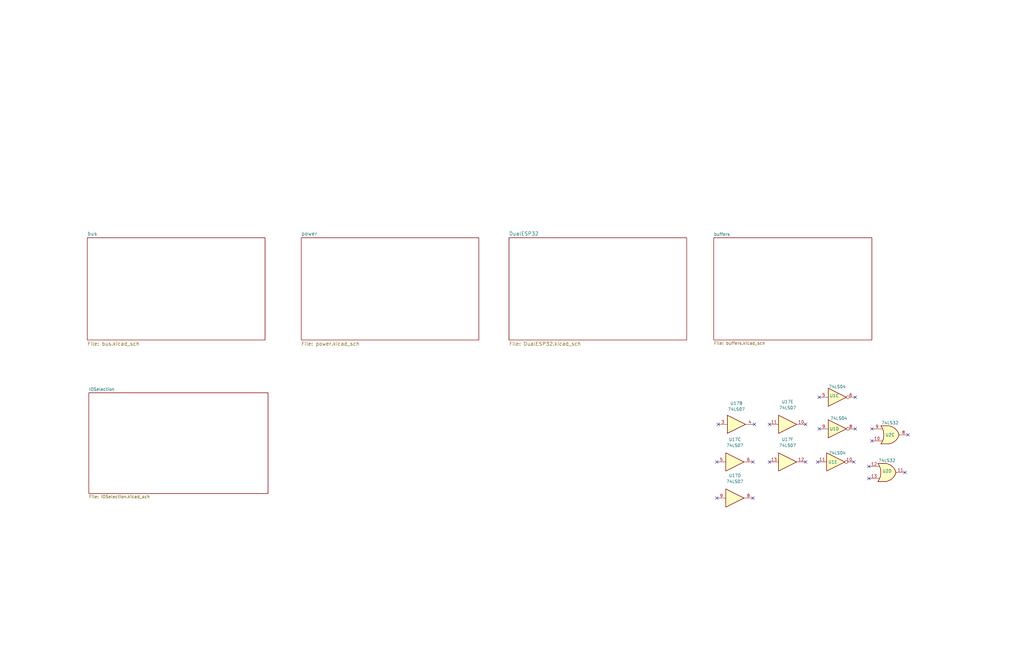
<source format=kicad_sch>
(kicad_sch (version 20211123) (generator eeschema)

  (uuid bef7aef7-ea37-41d1-91b9-b9342ed251a5)

  (paper "B")

  (title_block
    (title "Dual ESP32 IO")
    (date "2023-08-28")
    (rev "V1.1")
    (comment 1 "By Dan Werner")
  )

  (lib_symbols
    (symbol "74xx:74LS04" (in_bom yes) (on_board yes)
      (property "Reference" "U" (id 0) (at 0 1.27 0)
        (effects (font (size 1.27 1.27)))
      )
      (property "Value" "74LS04" (id 1) (at 0 -1.27 0)
        (effects (font (size 1.27 1.27)))
      )
      (property "Footprint" "" (id 2) (at 0 0 0)
        (effects (font (size 1.27 1.27)) hide)
      )
      (property "Datasheet" "http://www.ti.com/lit/gpn/sn74LS04" (id 3) (at 0 0 0)
        (effects (font (size 1.27 1.27)) hide)
      )
      (property "ki_locked" "" (id 4) (at 0 0 0)
        (effects (font (size 1.27 1.27)))
      )
      (property "ki_keywords" "TTL not inv" (id 5) (at 0 0 0)
        (effects (font (size 1.27 1.27)) hide)
      )
      (property "ki_description" "Hex Inverter" (id 6) (at 0 0 0)
        (effects (font (size 1.27 1.27)) hide)
      )
      (property "ki_fp_filters" "DIP*W7.62mm* SSOP?14* TSSOP?14*" (id 7) (at 0 0 0)
        (effects (font (size 1.27 1.27)) hide)
      )
      (symbol "74LS04_1_0"
        (polyline
          (pts
            (xy -3.81 3.81)
            (xy -3.81 -3.81)
            (xy 3.81 0)
            (xy -3.81 3.81)
          )
          (stroke (width 0.254) (type default) (color 0 0 0 0))
          (fill (type background))
        )
        (pin input line (at -7.62 0 0) (length 3.81)
          (name "~" (effects (font (size 1.27 1.27))))
          (number "1" (effects (font (size 1.27 1.27))))
        )
        (pin output inverted (at 7.62 0 180) (length 3.81)
          (name "~" (effects (font (size 1.27 1.27))))
          (number "2" (effects (font (size 1.27 1.27))))
        )
      )
      (symbol "74LS04_2_0"
        (polyline
          (pts
            (xy -3.81 3.81)
            (xy -3.81 -3.81)
            (xy 3.81 0)
            (xy -3.81 3.81)
          )
          (stroke (width 0.254) (type default) (color 0 0 0 0))
          (fill (type background))
        )
        (pin input line (at -7.62 0 0) (length 3.81)
          (name "~" (effects (font (size 1.27 1.27))))
          (number "3" (effects (font (size 1.27 1.27))))
        )
        (pin output inverted (at 7.62 0 180) (length 3.81)
          (name "~" (effects (font (size 1.27 1.27))))
          (number "4" (effects (font (size 1.27 1.27))))
        )
      )
      (symbol "74LS04_3_0"
        (polyline
          (pts
            (xy -3.81 3.81)
            (xy -3.81 -3.81)
            (xy 3.81 0)
            (xy -3.81 3.81)
          )
          (stroke (width 0.254) (type default) (color 0 0 0 0))
          (fill (type background))
        )
        (pin input line (at -7.62 0 0) (length 3.81)
          (name "~" (effects (font (size 1.27 1.27))))
          (number "5" (effects (font (size 1.27 1.27))))
        )
        (pin output inverted (at 7.62 0 180) (length 3.81)
          (name "~" (effects (font (size 1.27 1.27))))
          (number "6" (effects (font (size 1.27 1.27))))
        )
      )
      (symbol "74LS04_4_0"
        (polyline
          (pts
            (xy -3.81 3.81)
            (xy -3.81 -3.81)
            (xy 3.81 0)
            (xy -3.81 3.81)
          )
          (stroke (width 0.254) (type default) (color 0 0 0 0))
          (fill (type background))
        )
        (pin output inverted (at 7.62 0 180) (length 3.81)
          (name "~" (effects (font (size 1.27 1.27))))
          (number "8" (effects (font (size 1.27 1.27))))
        )
        (pin input line (at -7.62 0 0) (length 3.81)
          (name "~" (effects (font (size 1.27 1.27))))
          (number "9" (effects (font (size 1.27 1.27))))
        )
      )
      (symbol "74LS04_5_0"
        (polyline
          (pts
            (xy -3.81 3.81)
            (xy -3.81 -3.81)
            (xy 3.81 0)
            (xy -3.81 3.81)
          )
          (stroke (width 0.254) (type default) (color 0 0 0 0))
          (fill (type background))
        )
        (pin output inverted (at 7.62 0 180) (length 3.81)
          (name "~" (effects (font (size 1.27 1.27))))
          (number "10" (effects (font (size 1.27 1.27))))
        )
        (pin input line (at -7.62 0 0) (length 3.81)
          (name "~" (effects (font (size 1.27 1.27))))
          (number "11" (effects (font (size 1.27 1.27))))
        )
      )
      (symbol "74LS04_6_0"
        (polyline
          (pts
            (xy -3.81 3.81)
            (xy -3.81 -3.81)
            (xy 3.81 0)
            (xy -3.81 3.81)
          )
          (stroke (width 0.254) (type default) (color 0 0 0 0))
          (fill (type background))
        )
        (pin output inverted (at 7.62 0 180) (length 3.81)
          (name "~" (effects (font (size 1.27 1.27))))
          (number "12" (effects (font (size 1.27 1.27))))
        )
        (pin input line (at -7.62 0 0) (length 3.81)
          (name "~" (effects (font (size 1.27 1.27))))
          (number "13" (effects (font (size 1.27 1.27))))
        )
      )
      (symbol "74LS04_7_0"
        (pin power_in line (at 0 12.7 270) (length 5.08)
          (name "VCC" (effects (font (size 1.27 1.27))))
          (number "14" (effects (font (size 1.27 1.27))))
        )
        (pin power_in line (at 0 -12.7 90) (length 5.08)
          (name "GND" (effects (font (size 1.27 1.27))))
          (number "7" (effects (font (size 1.27 1.27))))
        )
      )
      (symbol "74LS04_7_1"
        (rectangle (start -5.08 7.62) (end 5.08 -7.62)
          (stroke (width 0.254) (type default) (color 0 0 0 0))
          (fill (type background))
        )
      )
    )
    (symbol "74xx:74LS07" (pin_names (offset 1.016)) (in_bom yes) (on_board yes)
      (property "Reference" "U" (id 0) (at 0 1.27 0)
        (effects (font (size 1.27 1.27)))
      )
      (property "Value" "74LS07" (id 1) (at 0 -1.27 0)
        (effects (font (size 1.27 1.27)))
      )
      (property "Footprint" "" (id 2) (at 0 0 0)
        (effects (font (size 1.27 1.27)) hide)
      )
      (property "Datasheet" "www.ti.com/lit/ds/symlink/sn74ls07.pdf" (id 3) (at 0 0 0)
        (effects (font (size 1.27 1.27)) hide)
      )
      (property "ki_locked" "" (id 4) (at 0 0 0)
        (effects (font (size 1.27 1.27)))
      )
      (property "ki_keywords" "TTL hex buffer OpenCol" (id 5) (at 0 0 0)
        (effects (font (size 1.27 1.27)) hide)
      )
      (property "ki_description" "Hex Buffers and Drivers With Open Collector High Voltage Outputs" (id 6) (at 0 0 0)
        (effects (font (size 1.27 1.27)) hide)
      )
      (property "ki_fp_filters" "SOIC*3.9x8.7mm*P1.27mm* TSSOP*4.4x5mm*P0.65mm* DIP*W7.62mm*" (id 7) (at 0 0 0)
        (effects (font (size 1.27 1.27)) hide)
      )
      (symbol "74LS07_1_0"
        (polyline
          (pts
            (xy -3.81 3.81)
            (xy -3.81 -3.81)
            (xy 3.81 0)
            (xy -3.81 3.81)
          )
          (stroke (width 0.254) (type default) (color 0 0 0 0))
          (fill (type background))
        )
        (pin input line (at -7.62 0 0) (length 3.81)
          (name "~" (effects (font (size 1.27 1.27))))
          (number "1" (effects (font (size 1.27 1.27))))
        )
        (pin open_collector line (at 7.62 0 180) (length 3.81)
          (name "~" (effects (font (size 1.27 1.27))))
          (number "2" (effects (font (size 1.27 1.27))))
        )
      )
      (symbol "74LS07_2_0"
        (polyline
          (pts
            (xy -3.81 3.81)
            (xy -3.81 -3.81)
            (xy 3.81 0)
            (xy -3.81 3.81)
          )
          (stroke (width 0.254) (type default) (color 0 0 0 0))
          (fill (type background))
        )
        (pin input line (at -7.62 0 0) (length 3.81)
          (name "~" (effects (font (size 1.27 1.27))))
          (number "3" (effects (font (size 1.27 1.27))))
        )
        (pin open_collector line (at 7.62 0 180) (length 3.81)
          (name "~" (effects (font (size 1.27 1.27))))
          (number "4" (effects (font (size 1.27 1.27))))
        )
      )
      (symbol "74LS07_3_0"
        (polyline
          (pts
            (xy -3.81 3.81)
            (xy -3.81 -3.81)
            (xy 3.81 0)
            (xy -3.81 3.81)
          )
          (stroke (width 0.254) (type default) (color 0 0 0 0))
          (fill (type background))
        )
        (pin input line (at -7.62 0 0) (length 3.81)
          (name "~" (effects (font (size 1.27 1.27))))
          (number "5" (effects (font (size 1.27 1.27))))
        )
        (pin open_collector line (at 7.62 0 180) (length 3.81)
          (name "~" (effects (font (size 1.27 1.27))))
          (number "6" (effects (font (size 1.27 1.27))))
        )
      )
      (symbol "74LS07_4_0"
        (polyline
          (pts
            (xy -3.81 3.81)
            (xy -3.81 -3.81)
            (xy 3.81 0)
            (xy -3.81 3.81)
          )
          (stroke (width 0.254) (type default) (color 0 0 0 0))
          (fill (type background))
        )
        (pin open_collector line (at 7.62 0 180) (length 3.81)
          (name "~" (effects (font (size 1.27 1.27))))
          (number "8" (effects (font (size 1.27 1.27))))
        )
        (pin input line (at -7.62 0 0) (length 3.81)
          (name "~" (effects (font (size 1.27 1.27))))
          (number "9" (effects (font (size 1.27 1.27))))
        )
      )
      (symbol "74LS07_5_0"
        (polyline
          (pts
            (xy -3.81 3.81)
            (xy -3.81 -3.81)
            (xy 3.81 0)
            (xy -3.81 3.81)
          )
          (stroke (width 0.254) (type default) (color 0 0 0 0))
          (fill (type background))
        )
        (pin open_collector line (at 7.62 0 180) (length 3.81)
          (name "~" (effects (font (size 1.27 1.27))))
          (number "10" (effects (font (size 1.27 1.27))))
        )
        (pin input line (at -7.62 0 0) (length 3.81)
          (name "~" (effects (font (size 1.27 1.27))))
          (number "11" (effects (font (size 1.27 1.27))))
        )
      )
      (symbol "74LS07_6_0"
        (polyline
          (pts
            (xy -3.81 3.81)
            (xy -3.81 -3.81)
            (xy 3.81 0)
            (xy -3.81 3.81)
          )
          (stroke (width 0.254) (type default) (color 0 0 0 0))
          (fill (type background))
        )
        (pin open_collector line (at 7.62 0 180) (length 3.81)
          (name "~" (effects (font (size 1.27 1.27))))
          (number "12" (effects (font (size 1.27 1.27))))
        )
        (pin input line (at -7.62 0 0) (length 3.81)
          (name "~" (effects (font (size 1.27 1.27))))
          (number "13" (effects (font (size 1.27 1.27))))
        )
      )
      (symbol "74LS07_7_0"
        (pin power_in line (at 0 12.7 270) (length 5.08)
          (name "VCC" (effects (font (size 1.27 1.27))))
          (number "14" (effects (font (size 1.27 1.27))))
        )
        (pin power_in line (at 0 -12.7 90) (length 5.08)
          (name "GND" (effects (font (size 1.27 1.27))))
          (number "7" (effects (font (size 1.27 1.27))))
        )
      )
      (symbol "74LS07_7_1"
        (rectangle (start -5.08 7.62) (end 5.08 -7.62)
          (stroke (width 0.254) (type default) (color 0 0 0 0))
          (fill (type background))
        )
      )
    )
    (symbol "74xx:74LS32" (pin_names (offset 1.016)) (in_bom yes) (on_board yes)
      (property "Reference" "U" (id 0) (at 0 1.27 0)
        (effects (font (size 1.27 1.27)))
      )
      (property "Value" "74LS32" (id 1) (at 0 -1.27 0)
        (effects (font (size 1.27 1.27)))
      )
      (property "Footprint" "" (id 2) (at 0 0 0)
        (effects (font (size 1.27 1.27)) hide)
      )
      (property "Datasheet" "http://www.ti.com/lit/gpn/sn74LS32" (id 3) (at 0 0 0)
        (effects (font (size 1.27 1.27)) hide)
      )
      (property "ki_locked" "" (id 4) (at 0 0 0)
        (effects (font (size 1.27 1.27)))
      )
      (property "ki_keywords" "TTL Or2" (id 5) (at 0 0 0)
        (effects (font (size 1.27 1.27)) hide)
      )
      (property "ki_description" "Quad 2-input OR" (id 6) (at 0 0 0)
        (effects (font (size 1.27 1.27)) hide)
      )
      (property "ki_fp_filters" "DIP?14*" (id 7) (at 0 0 0)
        (effects (font (size 1.27 1.27)) hide)
      )
      (symbol "74LS32_1_1"
        (arc (start -3.81 -3.81) (mid -2.589 0) (end -3.81 3.81)
          (stroke (width 0.254) (type default) (color 0 0 0 0))
          (fill (type none))
        )
        (arc (start -0.6096 -3.81) (mid 2.1842 -2.5851) (end 3.81 0)
          (stroke (width 0.254) (type default) (color 0 0 0 0))
          (fill (type background))
        )
        (polyline
          (pts
            (xy -3.81 -3.81)
            (xy -0.635 -3.81)
          )
          (stroke (width 0.254) (type default) (color 0 0 0 0))
          (fill (type background))
        )
        (polyline
          (pts
            (xy -3.81 3.81)
            (xy -0.635 3.81)
          )
          (stroke (width 0.254) (type default) (color 0 0 0 0))
          (fill (type background))
        )
        (polyline
          (pts
            (xy -0.635 3.81)
            (xy -3.81 3.81)
            (xy -3.81 3.81)
            (xy -3.556 3.4036)
            (xy -3.0226 2.2606)
            (xy -2.6924 1.0414)
            (xy -2.6162 -0.254)
            (xy -2.7686 -1.4986)
            (xy -3.175 -2.7178)
            (xy -3.81 -3.81)
            (xy -3.81 -3.81)
            (xy -0.635 -3.81)
          )
          (stroke (width -25.4) (type default) (color 0 0 0 0))
          (fill (type background))
        )
        (arc (start 3.81 0) (mid 2.1915 2.5936) (end -0.6096 3.81)
          (stroke (width 0.254) (type default) (color 0 0 0 0))
          (fill (type background))
        )
        (pin input line (at -7.62 2.54 0) (length 4.318)
          (name "~" (effects (font (size 1.27 1.27))))
          (number "1" (effects (font (size 1.27 1.27))))
        )
        (pin input line (at -7.62 -2.54 0) (length 4.318)
          (name "~" (effects (font (size 1.27 1.27))))
          (number "2" (effects (font (size 1.27 1.27))))
        )
        (pin output line (at 7.62 0 180) (length 3.81)
          (name "~" (effects (font (size 1.27 1.27))))
          (number "3" (effects (font (size 1.27 1.27))))
        )
      )
      (symbol "74LS32_1_2"
        (arc (start 0 -3.81) (mid 3.81 0) (end 0 3.81)
          (stroke (width 0.254) (type default) (color 0 0 0 0))
          (fill (type background))
        )
        (polyline
          (pts
            (xy 0 3.81)
            (xy -3.81 3.81)
            (xy -3.81 -3.81)
            (xy 0 -3.81)
          )
          (stroke (width 0.254) (type default) (color 0 0 0 0))
          (fill (type background))
        )
        (pin input inverted (at -7.62 2.54 0) (length 3.81)
          (name "~" (effects (font (size 1.27 1.27))))
          (number "1" (effects (font (size 1.27 1.27))))
        )
        (pin input inverted (at -7.62 -2.54 0) (length 3.81)
          (name "~" (effects (font (size 1.27 1.27))))
          (number "2" (effects (font (size 1.27 1.27))))
        )
        (pin output inverted (at 7.62 0 180) (length 3.81)
          (name "~" (effects (font (size 1.27 1.27))))
          (number "3" (effects (font (size 1.27 1.27))))
        )
      )
      (symbol "74LS32_2_1"
        (arc (start -3.81 -3.81) (mid -2.589 0) (end -3.81 3.81)
          (stroke (width 0.254) (type default) (color 0 0 0 0))
          (fill (type none))
        )
        (arc (start -0.6096 -3.81) (mid 2.1842 -2.5851) (end 3.81 0)
          (stroke (width 0.254) (type default) (color 0 0 0 0))
          (fill (type background))
        )
        (polyline
          (pts
            (xy -3.81 -3.81)
            (xy -0.635 -3.81)
          )
          (stroke (width 0.254) (type default) (color 0 0 0 0))
          (fill (type background))
        )
        (polyline
          (pts
            (xy -3.81 3.81)
            (xy -0.635 3.81)
          )
          (stroke (width 0.254) (type default) (color 0 0 0 0))
          (fill (type background))
        )
        (polyline
          (pts
            (xy -0.635 3.81)
            (xy -3.81 3.81)
            (xy -3.81 3.81)
            (xy -3.556 3.4036)
            (xy -3.0226 2.2606)
            (xy -2.6924 1.0414)
            (xy -2.6162 -0.254)
            (xy -2.7686 -1.4986)
            (xy -3.175 -2.7178)
            (xy -3.81 -3.81)
            (xy -3.81 -3.81)
            (xy -0.635 -3.81)
          )
          (stroke (width -25.4) (type default) (color 0 0 0 0))
          (fill (type background))
        )
        (arc (start 3.81 0) (mid 2.1915 2.5936) (end -0.6096 3.81)
          (stroke (width 0.254) (type default) (color 0 0 0 0))
          (fill (type background))
        )
        (pin input line (at -7.62 2.54 0) (length 4.318)
          (name "~" (effects (font (size 1.27 1.27))))
          (number "4" (effects (font (size 1.27 1.27))))
        )
        (pin input line (at -7.62 -2.54 0) (length 4.318)
          (name "~" (effects (font (size 1.27 1.27))))
          (number "5" (effects (font (size 1.27 1.27))))
        )
        (pin output line (at 7.62 0 180) (length 3.81)
          (name "~" (effects (font (size 1.27 1.27))))
          (number "6" (effects (font (size 1.27 1.27))))
        )
      )
      (symbol "74LS32_2_2"
        (arc (start 0 -3.81) (mid 3.81 0) (end 0 3.81)
          (stroke (width 0.254) (type default) (color 0 0 0 0))
          (fill (type background))
        )
        (polyline
          (pts
            (xy 0 3.81)
            (xy -3.81 3.81)
            (xy -3.81 -3.81)
            (xy 0 -3.81)
          )
          (stroke (width 0.254) (type default) (color 0 0 0 0))
          (fill (type background))
        )
        (pin input inverted (at -7.62 2.54 0) (length 3.81)
          (name "~" (effects (font (size 1.27 1.27))))
          (number "4" (effects (font (size 1.27 1.27))))
        )
        (pin input inverted (at -7.62 -2.54 0) (length 3.81)
          (name "~" (effects (font (size 1.27 1.27))))
          (number "5" (effects (font (size 1.27 1.27))))
        )
        (pin output inverted (at 7.62 0 180) (length 3.81)
          (name "~" (effects (font (size 1.27 1.27))))
          (number "6" (effects (font (size 1.27 1.27))))
        )
      )
      (symbol "74LS32_3_1"
        (arc (start -3.81 -3.81) (mid -2.589 0) (end -3.81 3.81)
          (stroke (width 0.254) (type default) (color 0 0 0 0))
          (fill (type none))
        )
        (arc (start -0.6096 -3.81) (mid 2.1842 -2.5851) (end 3.81 0)
          (stroke (width 0.254) (type default) (color 0 0 0 0))
          (fill (type background))
        )
        (polyline
          (pts
            (xy -3.81 -3.81)
            (xy -0.635 -3.81)
          )
          (stroke (width 0.254) (type default) (color 0 0 0 0))
          (fill (type background))
        )
        (polyline
          (pts
            (xy -3.81 3.81)
            (xy -0.635 3.81)
          )
          (stroke (width 0.254) (type default) (color 0 0 0 0))
          (fill (type background))
        )
        (polyline
          (pts
            (xy -0.635 3.81)
            (xy -3.81 3.81)
            (xy -3.81 3.81)
            (xy -3.556 3.4036)
            (xy -3.0226 2.2606)
            (xy -2.6924 1.0414)
            (xy -2.6162 -0.254)
            (xy -2.7686 -1.4986)
            (xy -3.175 -2.7178)
            (xy -3.81 -3.81)
            (xy -3.81 -3.81)
            (xy -0.635 -3.81)
          )
          (stroke (width -25.4) (type default) (color 0 0 0 0))
          (fill (type background))
        )
        (arc (start 3.81 0) (mid 2.1915 2.5936) (end -0.6096 3.81)
          (stroke (width 0.254) (type default) (color 0 0 0 0))
          (fill (type background))
        )
        (pin input line (at -7.62 -2.54 0) (length 4.318)
          (name "~" (effects (font (size 1.27 1.27))))
          (number "10" (effects (font (size 1.27 1.27))))
        )
        (pin output line (at 7.62 0 180) (length 3.81)
          (name "~" (effects (font (size 1.27 1.27))))
          (number "8" (effects (font (size 1.27 1.27))))
        )
        (pin input line (at -7.62 2.54 0) (length 4.318)
          (name "~" (effects (font (size 1.27 1.27))))
          (number "9" (effects (font (size 1.27 1.27))))
        )
      )
      (symbol "74LS32_3_2"
        (arc (start 0 -3.81) (mid 3.81 0) (end 0 3.81)
          (stroke (width 0.254) (type default) (color 0 0 0 0))
          (fill (type background))
        )
        (polyline
          (pts
            (xy 0 3.81)
            (xy -3.81 3.81)
            (xy -3.81 -3.81)
            (xy 0 -3.81)
          )
          (stroke (width 0.254) (type default) (color 0 0 0 0))
          (fill (type background))
        )
        (pin input inverted (at -7.62 -2.54 0) (length 3.81)
          (name "~" (effects (font (size 1.27 1.27))))
          (number "10" (effects (font (size 1.27 1.27))))
        )
        (pin output inverted (at 7.62 0 180) (length 3.81)
          (name "~" (effects (font (size 1.27 1.27))))
          (number "8" (effects (font (size 1.27 1.27))))
        )
        (pin input inverted (at -7.62 2.54 0) (length 3.81)
          (name "~" (effects (font (size 1.27 1.27))))
          (number "9" (effects (font (size 1.27 1.27))))
        )
      )
      (symbol "74LS32_4_1"
        (arc (start -3.81 -3.81) (mid -2.589 0) (end -3.81 3.81)
          (stroke (width 0.254) (type default) (color 0 0 0 0))
          (fill (type none))
        )
        (arc (start -0.6096 -3.81) (mid 2.1842 -2.5851) (end 3.81 0)
          (stroke (width 0.254) (type default) (color 0 0 0 0))
          (fill (type background))
        )
        (polyline
          (pts
            (xy -3.81 -3.81)
            (xy -0.635 -3.81)
          )
          (stroke (width 0.254) (type default) (color 0 0 0 0))
          (fill (type background))
        )
        (polyline
          (pts
            (xy -3.81 3.81)
            (xy -0.635 3.81)
          )
          (stroke (width 0.254) (type default) (color 0 0 0 0))
          (fill (type background))
        )
        (polyline
          (pts
            (xy -0.635 3.81)
            (xy -3.81 3.81)
            (xy -3.81 3.81)
            (xy -3.556 3.4036)
            (xy -3.0226 2.2606)
            (xy -2.6924 1.0414)
            (xy -2.6162 -0.254)
            (xy -2.7686 -1.4986)
            (xy -3.175 -2.7178)
            (xy -3.81 -3.81)
            (xy -3.81 -3.81)
            (xy -0.635 -3.81)
          )
          (stroke (width -25.4) (type default) (color 0 0 0 0))
          (fill (type background))
        )
        (arc (start 3.81 0) (mid 2.1915 2.5936) (end -0.6096 3.81)
          (stroke (width 0.254) (type default) (color 0 0 0 0))
          (fill (type background))
        )
        (pin output line (at 7.62 0 180) (length 3.81)
          (name "~" (effects (font (size 1.27 1.27))))
          (number "11" (effects (font (size 1.27 1.27))))
        )
        (pin input line (at -7.62 2.54 0) (length 4.318)
          (name "~" (effects (font (size 1.27 1.27))))
          (number "12" (effects (font (size 1.27 1.27))))
        )
        (pin input line (at -7.62 -2.54 0) (length 4.318)
          (name "~" (effects (font (size 1.27 1.27))))
          (number "13" (effects (font (size 1.27 1.27))))
        )
      )
      (symbol "74LS32_4_2"
        (arc (start 0 -3.81) (mid 3.81 0) (end 0 3.81)
          (stroke (width 0.254) (type default) (color 0 0 0 0))
          (fill (type background))
        )
        (polyline
          (pts
            (xy 0 3.81)
            (xy -3.81 3.81)
            (xy -3.81 -3.81)
            (xy 0 -3.81)
          )
          (stroke (width 0.254) (type default) (color 0 0 0 0))
          (fill (type background))
        )
        (pin output inverted (at 7.62 0 180) (length 3.81)
          (name "~" (effects (font (size 1.27 1.27))))
          (number "11" (effects (font (size 1.27 1.27))))
        )
        (pin input inverted (at -7.62 2.54 0) (length 3.81)
          (name "~" (effects (font (size 1.27 1.27))))
          (number "12" (effects (font (size 1.27 1.27))))
        )
        (pin input inverted (at -7.62 -2.54 0) (length 3.81)
          (name "~" (effects (font (size 1.27 1.27))))
          (number "13" (effects (font (size 1.27 1.27))))
        )
      )
      (symbol "74LS32_5_0"
        (pin power_in line (at 0 12.7 270) (length 5.08)
          (name "VCC" (effects (font (size 1.27 1.27))))
          (number "14" (effects (font (size 1.27 1.27))))
        )
        (pin power_in line (at 0 -12.7 90) (length 5.08)
          (name "GND" (effects (font (size 1.27 1.27))))
          (number "7" (effects (font (size 1.27 1.27))))
        )
      )
      (symbol "74LS32_5_1"
        (rectangle (start -5.08 7.62) (end 5.08 -7.62)
          (stroke (width 0.254) (type default) (color 0 0 0 0))
          (fill (type background))
        )
      )
    )
  )


  (no_connect (at 367.665 180.975) (uuid 06f77ce3-e93c-45e7-97d7-023e125d8b9f))
  (no_connect (at 345.44 180.975) (uuid 07ae2f9c-b707-47ba-ac38-9e3675777c1e))
  (no_connect (at 381.635 199.39) (uuid 1735bbc4-68b1-4f8d-b3ab-1c56eacddfa7))
  (no_connect (at 360.68 167.64) (uuid 211db170-d826-4cd5-95f4-98ca216d5107))
  (no_connect (at 324.485 179.07) (uuid 296e80a6-a26b-4488-9451-67667aa8e717))
  (no_connect (at 339.725 179.07) (uuid 34ba8e3d-bf7f-4c72-b25a-0c9e73b3d457))
  (no_connect (at 302.895 179.07) (uuid 3f4bc77c-d6d9-4757-803d-65dfc1f7917c))
  (no_connect (at 345.44 167.64) (uuid 4439f958-ddfc-4382-929f-6bc611153919))
  (no_connect (at 366.395 201.93) (uuid 4d76a162-9c8e-4866-be0f-f34471ea8478))
  (no_connect (at 324.485 194.945) (uuid 537b53ad-f6e3-49db-9154-dc08ba75e3ca))
  (no_connect (at 366.395 196.85) (uuid 5adc92ac-d67e-43eb-8cca-f40e11c041f7))
  (no_connect (at 360.045 194.945) (uuid 821aac29-c4ac-44a9-80bd-60b9c8b76680))
  (no_connect (at 339.725 194.945) (uuid 985340f4-a399-45ab-aa44-2768114bc15d))
  (no_connect (at 302.26 194.945) (uuid 993412df-b085-402e-89a0-4469819964c0))
  (no_connect (at 360.68 180.975) (uuid aec59f6a-8aca-42d0-8596-9347e157c223))
  (no_connect (at 302.26 210.185) (uuid af2c1bdf-ff38-43a7-8398-1b5c34559bbb))
  (no_connect (at 382.905 183.515) (uuid be10309b-fe68-4994-bb8e-90e17b883c4b))
  (no_connect (at 344.805 194.945) (uuid bf38a4b8-044d-46e9-baaf-012b54ad5c94))
  (no_connect (at 318.135 179.07) (uuid c51d94da-4d13-4265-8e20-605f19b6b0e2))
  (no_connect (at 367.665 186.055) (uuid d400c18b-6b7c-482b-8810-9eefa10087b0))
  (no_connect (at 317.5 194.945) (uuid ed5124f8-797e-4c4e-9a70-1d3996f03ddd))
  (no_connect (at 317.5 210.185) (uuid ef11a31b-b7b9-49b0-8bdc-6aad5b79aff8))

  (symbol (lib_id "74xx:74LS07") (at 332.105 179.07 0) (unit 5)
    (in_bom yes) (on_board yes) (fields_autoplaced)
    (uuid 02b626cb-dd15-445b-8c34-dba5267d960e)
    (property "Reference" "U17" (id 0) (at 332.105 169.545 0))
    (property "Value" "74LS07" (id 1) (at 332.105 172.085 0))
    (property "Footprint" "Package_DIP:DIP-14_W7.62mm" (id 2) (at 332.105 179.07 0)
      (effects (font (size 1.27 1.27)) hide)
    )
    (property "Datasheet" "www.ti.com/lit/ds/symlink/sn74ls07.pdf" (id 3) (at 332.105 179.07 0)
      (effects (font (size 1.27 1.27)) hide)
    )
    (pin "1" (uuid 620afeed-b36a-4677-a960-a0bcc120fec3))
    (pin "2" (uuid 5c629b14-1f56-4f4d-b99a-c3b1a5603801))
    (pin "3" (uuid 8925ae1f-39a8-4cc3-bae7-2a7be1b5ebd2))
    (pin "4" (uuid d187e80b-81d0-40e3-bbde-59e480730d21))
    (pin "5" (uuid db1c9ac3-55d9-47eb-b856-df8bc582bba2))
    (pin "6" (uuid 3501f211-6c20-4a71-9a34-46db835f3cab))
    (pin "8" (uuid 14f22a24-6103-4e51-b354-daf44ffc9018))
    (pin "9" (uuid 243a25fc-49ef-4da4-8b6c-37c88529271e))
    (pin "10" (uuid 39327f64-c748-4e34-a357-6dba296c36e7))
    (pin "11" (uuid acbcaed7-6682-4439-94a9-fd976bbc5431))
    (pin "12" (uuid e00f32f9-3f4b-45e7-a7bf-57d48e201dd8))
    (pin "13" (uuid bb7e898b-4bc8-4e81-a124-843047af4d68))
    (pin "14" (uuid 6bcbd312-5507-46d0-9703-e23a392d8e7c))
    (pin "7" (uuid 9e4fed2c-ee7d-4cd5-8a7b-14b287c68107))
  )

  (symbol (lib_id "74xx:74LS04") (at 352.425 194.945 0) (unit 5)
    (in_bom yes) (on_board yes)
    (uuid 08edeb9a-90ef-4d17-a7a2-377ba0df2b8c)
    (property "Reference" "U1" (id 0) (at 351.155 194.945 0))
    (property "Value" "74LS04" (id 1) (at 353.06 191.135 0))
    (property "Footprint" "Package_DIP:DIP-14_W7.62mm" (id 2) (at 352.425 194.945 0)
      (effects (font (size 1.27 1.27)) hide)
    )
    (property "Datasheet" "http://www.ti.com/lit/gpn/sn74LS04" (id 3) (at 352.425 194.945 0)
      (effects (font (size 1.27 1.27)) hide)
    )
    (pin "1" (uuid d98e7619-efc7-40e7-a0a8-ccc6db530991))
    (pin "2" (uuid 36c9f33d-dc8a-452e-932b-ec1e8d322c81))
    (pin "3" (uuid 2c5af79d-b6dc-45ce-9f3f-589699821057))
    (pin "4" (uuid 6d0e0f23-6071-456c-9657-859be0143379))
    (pin "5" (uuid 151deb94-6fa4-4b57-b211-ff6af058333d))
    (pin "6" (uuid 34adb0b0-0b40-45a9-918e-4db73802eb84))
    (pin "8" (uuid 61c716ca-b513-459a-9288-67076b711bf4))
    (pin "9" (uuid d0a05f90-0000-4849-81c5-6d3540d0a994))
    (pin "10" (uuid 348b6189-84c1-43b8-9391-0a01b2180c53))
    (pin "11" (uuid 9be6fc16-47ab-475e-9c0c-1fc20882892c))
    (pin "12" (uuid 6d2fb49b-3abe-4e78-9c03-4335ae1b440a))
    (pin "13" (uuid 53c19b56-2b55-4460-b91f-23ebc2d47f40))
    (pin "14" (uuid 5bc3c083-ea17-406f-a6cd-46a73a0fae36))
    (pin "7" (uuid c94513fa-2c45-4516-861d-0aa6f85559d1))
  )

  (symbol (lib_id "74xx:74LS07") (at 309.88 210.185 0) (unit 4)
    (in_bom yes) (on_board yes) (fields_autoplaced)
    (uuid 0c562ba9-1d2b-4bcb-81a2-f0956301a4d4)
    (property "Reference" "U17" (id 0) (at 309.88 200.66 0))
    (property "Value" "74LS07" (id 1) (at 309.88 203.2 0))
    (property "Footprint" "Package_DIP:DIP-14_W7.62mm" (id 2) (at 309.88 210.185 0)
      (effects (font (size 1.27 1.27)) hide)
    )
    (property "Datasheet" "www.ti.com/lit/ds/symlink/sn74ls07.pdf" (id 3) (at 309.88 210.185 0)
      (effects (font (size 1.27 1.27)) hide)
    )
    (pin "1" (uuid 26ceb6f4-679c-45cc-8a86-5a900fa704d2))
    (pin "2" (uuid d952a693-e488-4b09-a2ec-95a3c62161cb))
    (pin "3" (uuid b5431ab5-0fc6-4a19-9389-24e626d95de4))
    (pin "4" (uuid affa0516-dc62-4d01-a075-745d8d896e38))
    (pin "5" (uuid b0ed2911-45d0-4951-aa87-347839b9496e))
    (pin "6" (uuid 8e938003-a34b-47f7-a831-cf57fc05a10f))
    (pin "8" (uuid d3fb4405-805c-4944-8b61-236aee4fcc00))
    (pin "9" (uuid 7cbcc944-0c56-41e4-9c70-3cd99b17cd92))
    (pin "10" (uuid 27537efe-c872-4f67-883e-98b5e34edfc7))
    (pin "11" (uuid c61e9eb1-05fb-4b96-abc0-e2dea5c1d302))
    (pin "12" (uuid b604bf67-6e5c-414a-9bda-ed1b91265615))
    (pin "13" (uuid cf59cd4c-7505-4222-aeb6-5cebc8fc54ed))
    (pin "14" (uuid b54a26b5-bcab-4eaf-923b-728f78c3a388))
    (pin "7" (uuid 8c8b817c-d8de-436b-8262-f1a08ad7f64b))
  )

  (symbol (lib_id "74xx:74LS07") (at 332.105 194.945 0) (unit 6)
    (in_bom yes) (on_board yes) (fields_autoplaced)
    (uuid 1f602892-44b4-4e7f-9f37-c55d73b0da75)
    (property "Reference" "U17" (id 0) (at 332.105 185.42 0))
    (property "Value" "74LS07" (id 1) (at 332.105 187.96 0))
    (property "Footprint" "Package_DIP:DIP-14_W7.62mm" (id 2) (at 332.105 194.945 0)
      (effects (font (size 1.27 1.27)) hide)
    )
    (property "Datasheet" "www.ti.com/lit/ds/symlink/sn74ls07.pdf" (id 3) (at 332.105 194.945 0)
      (effects (font (size 1.27 1.27)) hide)
    )
    (pin "1" (uuid 929cd23d-da39-4579-847d-61f3f97adbbe))
    (pin "2" (uuid b5415713-bb83-4b33-b235-2dc7fc72e3e3))
    (pin "3" (uuid 01e0b142-ea9e-4dd0-8855-7f78af85e715))
    (pin "4" (uuid d8986756-94e6-443c-8456-dc5d0f344249))
    (pin "5" (uuid 044f1127-9128-40ee-b2e2-cc16b3640a66))
    (pin "6" (uuid 730b5913-65c4-47ec-8ebb-4d961be5bc76))
    (pin "8" (uuid 6a0f4dab-21dd-4a6c-91d7-601127b553ac))
    (pin "9" (uuid 18102524-f3eb-4fdb-b12d-02ff47de7bcf))
    (pin "10" (uuid 50f7fdc1-f127-44cc-8aba-993fcbe80d4a))
    (pin "11" (uuid 479a1467-c04e-488a-afb3-fc5205ecabd4))
    (pin "12" (uuid be2ad24b-6b19-4ce6-8a3f-add46779a727))
    (pin "13" (uuid 303fdd6e-0bc6-43c6-bf68-13b607cdc095))
    (pin "14" (uuid 7132a32a-7d3a-414d-b8fb-e982dd92bbb7))
    (pin "7" (uuid 6e348262-78bd-439a-9df0-de9b3a434d64))
  )

  (symbol (lib_id "74xx:74LS07") (at 310.515 179.07 0) (unit 2)
    (in_bom yes) (on_board yes) (fields_autoplaced)
    (uuid 3a661254-47a4-4cac-bfe7-a46dcca443e3)
    (property "Reference" "U17" (id 0) (at 310.515 170.18 0))
    (property "Value" "74LS07" (id 1) (at 310.515 172.72 0))
    (property "Footprint" "Package_DIP:DIP-14_W7.62mm" (id 2) (at 310.515 179.07 0)
      (effects (font (size 1.27 1.27)) hide)
    )
    (property "Datasheet" "www.ti.com/lit/ds/symlink/sn74ls07.pdf" (id 3) (at 310.515 179.07 0)
      (effects (font (size 1.27 1.27)) hide)
    )
    (pin "1" (uuid 7a3e41f0-c153-47c4-a163-70238064f42a))
    (pin "2" (uuid 3a353b67-9791-46a8-b6ba-bab86a9f618d))
    (pin "3" (uuid e8a8c2b5-623f-4722-a5d1-0a72635d168b))
    (pin "4" (uuid 93a62c51-814e-4f78-896c-44e69ad9fd17))
    (pin "5" (uuid b43fba4d-30ef-45ee-9764-2e8e32a0913f))
    (pin "6" (uuid ad1e543a-ff1f-4f7e-8930-f5d350609a5d))
    (pin "8" (uuid 15f612f1-8e03-4fc5-8805-a680d77d683a))
    (pin "9" (uuid 23c64ac0-2c85-45b3-a840-3e8c3f135c50))
    (pin "10" (uuid 849dc1e0-e1db-42ca-bd83-298f1092a601))
    (pin "11" (uuid 8470717b-7120-4c6c-b2a1-172d1f97cded))
    (pin "12" (uuid bbb4de36-e88b-4d8f-8cec-07db603ce76e))
    (pin "13" (uuid f48ad478-7d47-4c95-bd82-92df093e6e92))
    (pin "14" (uuid d72e7c2a-2c3b-46c8-a75b-f552b18c2c2a))
    (pin "7" (uuid 030b2e88-e2ff-44db-9356-b8992e0deb8e))
  )

  (symbol (lib_id "74xx:74LS32") (at 375.285 183.515 0) (unit 3)
    (in_bom yes) (on_board yes)
    (uuid 648e6b57-510d-44a3-ab1e-65fc38b40dc8)
    (property "Reference" "U2" (id 0) (at 375.285 183.515 0))
    (property "Value" "74LS32" (id 1) (at 375.285 178.435 0))
    (property "Footprint" "Package_DIP:DIP-14_W7.62mm" (id 2) (at 375.285 183.515 0)
      (effects (font (size 1.27 1.27)) hide)
    )
    (property "Datasheet" "http://www.ti.com/lit/gpn/sn74LS32" (id 3) (at 375.285 183.515 0)
      (effects (font (size 1.27 1.27)) hide)
    )
    (pin "1" (uuid 77399507-ca57-43d3-817c-500382ddb1ab))
    (pin "2" (uuid b4e0fb04-6be0-4fbd-8994-6cee312263c4))
    (pin "3" (uuid bfc1417f-c2db-4999-a0b5-6e540e82878e))
    (pin "4" (uuid 711df897-e94d-4f4d-abc4-04b68ee7871f))
    (pin "5" (uuid b4941033-bf58-4429-9c2d-3406275bfd03))
    (pin "6" (uuid 0d099eaf-3c8b-4862-9457-c4429c57d2c7))
    (pin "10" (uuid 0598a6ab-89fb-4ceb-80c2-01c82e9401c2))
    (pin "8" (uuid b5b357de-83f0-44ca-a910-6129e8e5306a))
    (pin "9" (uuid c8c45b3a-00f2-45fc-96cb-f4d74a5c2afa))
    (pin "11" (uuid 31e3f862-7fe6-4f1a-ae40-2943afcaebe5))
    (pin "12" (uuid 170f5b5b-3f0c-4137-a0e6-b260fbd8b1fd))
    (pin "13" (uuid 68cb3cea-35d9-414c-9714-59272a9de578))
    (pin "14" (uuid 5dbe9e6d-a973-4c01-bc02-1f5ee353a5a8))
    (pin "7" (uuid 598b3a86-c843-4d4c-a431-1bb5e72434da))
  )

  (symbol (lib_id "74xx:74LS32") (at 374.015 199.39 0) (unit 4)
    (in_bom yes) (on_board yes)
    (uuid 73d4ef54-733b-4c7a-af85-78e250a573f4)
    (property "Reference" "U2" (id 0) (at 374.015 198.755 0))
    (property "Value" "74LS32" (id 1) (at 374.015 194.31 0))
    (property "Footprint" "Package_DIP:DIP-14_W7.62mm" (id 2) (at 374.015 199.39 0)
      (effects (font (size 1.27 1.27)) hide)
    )
    (property "Datasheet" "http://www.ti.com/lit/gpn/sn74LS32" (id 3) (at 374.015 199.39 0)
      (effects (font (size 1.27 1.27)) hide)
    )
    (pin "1" (uuid 3adea3dc-cc94-417d-9ad0-92be4fe8cb97))
    (pin "2" (uuid ab5c17b5-2904-4014-94f6-6487ab5fad02))
    (pin "3" (uuid 2be17f89-0a5d-48fc-9203-24a3080b6d63))
    (pin "4" (uuid e92e5484-9e38-417c-9a17-01ca4e4cf61a))
    (pin "5" (uuid 60239d71-6258-46c3-ba5a-db8ddee8f055))
    (pin "6" (uuid cedcde76-186a-42bd-9814-21f8b255128c))
    (pin "10" (uuid 7fbd63af-dbb7-4b5e-b0f3-735e7ea5bb1e))
    (pin "8" (uuid c61d7533-1fa3-4564-9b62-820ace1d1a91))
    (pin "9" (uuid e260d18f-79fd-4b63-a4a8-25cc7387a721))
    (pin "11" (uuid de65d201-24ca-49dc-aff3-45fbd2295779))
    (pin "12" (uuid 9e33e7fe-610d-4c13-9f47-13f200bcabaa))
    (pin "13" (uuid 83e565f2-0273-4a39-8b88-3eccb4589daf))
    (pin "14" (uuid 21ab4223-d956-4474-95b0-a109758da0c0))
    (pin "7" (uuid 6db3ef91-1984-4ede-ad2c-e29bcc1aa530))
  )

  (symbol (lib_id "74xx:74LS04") (at 353.06 167.64 0) (unit 3)
    (in_bom yes) (on_board yes)
    (uuid 8979e846-05db-4f4e-a486-698dc207819f)
    (property "Reference" "U1" (id 0) (at 351.79 167.005 0))
    (property "Value" "74LS04" (id 1) (at 353.06 163.195 0))
    (property "Footprint" "Package_DIP:DIP-14_W7.62mm" (id 2) (at 353.06 167.64 0)
      (effects (font (size 1.27 1.27)) hide)
    )
    (property "Datasheet" "http://www.ti.com/lit/gpn/sn74LS04" (id 3) (at 353.06 167.64 0)
      (effects (font (size 1.27 1.27)) hide)
    )
    (pin "1" (uuid 4ab1606a-1ac5-4ce4-afc7-58d785c41fb2))
    (pin "2" (uuid c18f2080-3a5d-490f-8cc1-c72610a888e2))
    (pin "3" (uuid c07942f3-7ac9-4e53-8d48-0c357822eada))
    (pin "4" (uuid 63dc50d0-d9fa-4982-b8b6-2069bfb45661))
    (pin "5" (uuid 73d984db-7b4c-43d4-88b5-fe6fecf3f9f2))
    (pin "6" (uuid db67e801-3299-4637-b7c4-5ad5958548c0))
    (pin "8" (uuid e194adb2-c1a1-4fd4-bf1e-92c79cc7d11b))
    (pin "9" (uuid 62db8d17-88fe-4d9d-8bed-b4d1de376eb8))
    (pin "10" (uuid 0b694055-88a1-4584-8c00-39a7193e68ae))
    (pin "11" (uuid 9886fa8a-ebd8-42e8-b4d5-ee0515ceb94c))
    (pin "12" (uuid 9e087287-a4e9-4369-b5ac-b74006bdf357))
    (pin "13" (uuid 57681c5d-7fce-4852-a026-e57c3ddab7d9))
    (pin "14" (uuid 1a507678-c57f-4374-b6e6-53ae89a5fb26))
    (pin "7" (uuid c31f3344-7e7f-49e4-85d0-907a76c8c2bc))
  )

  (symbol (lib_id "74xx:74LS07") (at 309.88 194.945 0) (unit 3)
    (in_bom yes) (on_board yes) (fields_autoplaced)
    (uuid ee89c24c-0044-4691-8814-7d61e8fc9c86)
    (property "Reference" "U17" (id 0) (at 309.88 185.42 0))
    (property "Value" "74LS07" (id 1) (at 309.88 187.96 0))
    (property "Footprint" "Package_DIP:DIP-14_W7.62mm" (id 2) (at 309.88 194.945 0)
      (effects (font (size 1.27 1.27)) hide)
    )
    (property "Datasheet" "www.ti.com/lit/ds/symlink/sn74ls07.pdf" (id 3) (at 309.88 194.945 0)
      (effects (font (size 1.27 1.27)) hide)
    )
    (pin "1" (uuid dd351e1a-0fbd-431c-a107-7a494731270d))
    (pin "2" (uuid 762651c0-ffa9-4d08-8878-62fd2c76d080))
    (pin "3" (uuid b492a919-73b5-4f47-bb1f-7a2cdf49b218))
    (pin "4" (uuid 28dd0563-6a21-40b7-8880-8d8484ff8127))
    (pin "5" (uuid 206adc16-f9e6-4cc9-914f-1bf18ff3e8d2))
    (pin "6" (uuid b6b39fe5-cfb5-4540-b81c-beeabf38deca))
    (pin "8" (uuid c3c778da-4289-4929-85c9-3f620be3611b))
    (pin "9" (uuid 5e9d0a1c-f785-4efd-a9f0-91901638276a))
    (pin "10" (uuid ecaf57d1-5a9f-4395-bf03-5edd39d3af97))
    (pin "11" (uuid 78e300e4-ac3f-42c1-8e6c-c69ba9df0d4f))
    (pin "12" (uuid d34b9a21-89bd-491a-ab1f-399e82822803))
    (pin "13" (uuid 578383b4-280a-4a03-957b-ff54750116c6))
    (pin "14" (uuid 9018619b-4b5f-4284-a763-41c4f0f5bacc))
    (pin "7" (uuid b12d0008-e015-42fb-97c6-7709e6c6c8aa))
  )

  (symbol (lib_id "74xx:74LS04") (at 353.06 180.975 0) (unit 4)
    (in_bom yes) (on_board yes)
    (uuid f9014cd3-0a1a-4785-a881-bef88432171e)
    (property "Reference" "U1" (id 0) (at 351.79 180.975 0))
    (property "Value" "74LS04" (id 1) (at 353.695 176.53 0))
    (property "Footprint" "Package_DIP:DIP-14_W7.62mm" (id 2) (at 353.06 180.975 0)
      (effects (font (size 1.27 1.27)) hide)
    )
    (property "Datasheet" "http://www.ti.com/lit/gpn/sn74LS04" (id 3) (at 353.06 180.975 0)
      (effects (font (size 1.27 1.27)) hide)
    )
    (pin "1" (uuid 5f6ab785-95eb-4b8d-87cf-95f3cf955fe9))
    (pin "2" (uuid 0bfbe6fe-4cdc-4633-be21-067f7c9e3243))
    (pin "3" (uuid 979e1d72-8022-4df7-b2fe-428e3b1aab2c))
    (pin "4" (uuid 0241af18-1d74-41e3-b7b1-3c74ed1a0393))
    (pin "5" (uuid 9cbfa41c-438a-447c-a741-fa24d544eab9))
    (pin "6" (uuid d98f3ee0-ad39-49dc-9153-d3c6c971138c))
    (pin "8" (uuid 5852ce2f-1bbf-434d-b0cb-6a45edc75fdf))
    (pin "9" (uuid dcbc1db9-4c22-49a6-bbb9-11291ae8d24c))
    (pin "10" (uuid 90681ccd-f9d5-4202-9a6d-566443bb79de))
    (pin "11" (uuid 1d56664e-645d-4d9d-b76d-ae9ac6d5a58f))
    (pin "12" (uuid 593a8871-ac81-4314-a75e-38bf8f134c5a))
    (pin "13" (uuid 86536fd9-66a6-4ab6-8917-1aad1bfdceaa))
    (pin "14" (uuid 3f30c65d-8a24-43cd-8cc6-ca984dbab5c4))
    (pin "7" (uuid 69b188fd-07af-4546-922e-bb4f4aceb9f9))
  )

  (sheet (at 214.63 100.33) (size 74.93 43.18) (fields_autoplaced)
    (stroke (width 0) (type solid) (color 0 0 0 0))
    (fill (color 0 0 0 0.0000))
    (uuid 00000000-0000-0000-0000-000064058fa4)
    (property "Sheet name" "DualESP32" (id 0) (at 214.63 99.4914 0)
      (effects (font (size 1.524 1.524)) (justify left bottom))
    )
    (property "Sheet file" "DualESP32.kicad_sch" (id 1) (at 214.63 144.1962 0)
      (effects (font (size 1.524 1.524)) (justify left top))
    )
  )

  (sheet (at 36.83 100.33) (size 74.93 43.18) (fields_autoplaced)
    (stroke (width 0) (type solid) (color 0 0 0 0))
    (fill (color 0 0 0 0.0000))
    (uuid 00000000-0000-0000-0000-0000658a2182)
    (property "Sheet name" "bus" (id 0) (at 36.83 99.4914 0)
      (effects (font (size 1.524 1.524)) (justify left bottom))
    )
    (property "Sheet file" "bus.kicad_sch" (id 1) (at 36.83 144.1962 0)
      (effects (font (size 1.524 1.524)) (justify left top))
    )
  )

  (sheet (at 127 100.33) (size 74.93 43.18) (fields_autoplaced)
    (stroke (width 0) (type solid) (color 0 0 0 0))
    (fill (color 0 0 0 0.0000))
    (uuid 00000000-0000-0000-0000-0000658c2b13)
    (property "Sheet name" "power" (id 0) (at 127 99.4914 0)
      (effects (font (size 1.524 1.524)) (justify left bottom))
    )
    (property "Sheet file" "power.kicad_sch" (id 1) (at 127 144.1962 0)
      (effects (font (size 1.524 1.524)) (justify left top))
    )
  )

  (sheet (at 300.99 100.33) (size 66.675 43.18) (fields_autoplaced)
    (stroke (width 0.1524) (type solid) (color 0 0 0 0))
    (fill (color 0 0 0 0.0000))
    (uuid 676fe084-55cf-4a5a-a232-e7e918168761)
    (property "Sheet name" "buffers" (id 0) (at 300.99 99.6184 0)
      (effects (font (size 1.27 1.27)) (justify left bottom))
    )
    (property "Sheet file" "buffers.kicad_sch" (id 1) (at 300.99 144.0946 0)
      (effects (font (size 1.27 1.27)) (justify left top))
    )
  )

  (sheet (at 37.465 165.735) (size 75.565 42.545) (fields_autoplaced)
    (stroke (width 0.1524) (type solid) (color 0 0 0 0))
    (fill (color 0 0 0 0.0000))
    (uuid 76d746c3-16f8-4e86-b273-dea68e5f121a)
    (property "Sheet name" "IOSelection" (id 0) (at 37.465 165.0234 0)
      (effects (font (size 1.27 1.27)) (justify left bottom))
    )
    (property "Sheet file" "IOSelection.kicad_sch" (id 1) (at 37.465 208.8646 0)
      (effects (font (size 1.27 1.27)) (justify left top))
    )
  )

  (sheet_instances
    (path "/" (page "1"))
    (path "/00000000-0000-0000-0000-0000658a2182" (page "2"))
    (path "/00000000-0000-0000-0000-0000658c2b13" (page "3"))
    (path "/00000000-0000-0000-0000-000064058fa4" (page "4"))
    (path "/676fe084-55cf-4a5a-a232-e7e918168761" (page "5"))
    (path "/76d746c3-16f8-4e86-b273-dea68e5f121a" (page "6"))
  )

  (symbol_instances
    (path "/00000000-0000-0000-0000-0000658c2b13/00000000-0000-0000-0000-0000658d57a6"
      (reference "#FLG0101") (unit 1) (value "PWR_FLAG") (footprint "")
    )
    (path "/00000000-0000-0000-0000-0000658c2b13/00000000-0000-0000-0000-0000658d57ac"
      (reference "#FLG0102") (unit 1) (value "PWR_FLAG") (footprint "")
    )
    (path "/00000000-0000-0000-0000-0000658c2b13/00000000-0000-0000-0000-0000658d57dc"
      (reference "#FLG0103") (unit 1) (value "PWR_FLAG") (footprint "")
    )
    (path "/00000000-0000-0000-0000-0000658c2b13/00000000-0000-0000-0000-0000658d57e2"
      (reference "#FLG0104") (unit 1) (value "PWR_FLAG") (footprint "")
    )
    (path "/00000000-0000-0000-0000-000064058fa4/8b6ac094-542f-464e-9cc8-23a6ae1d6432"
      (reference "#FLG0105") (unit 1) (value "PWR_FLAG") (footprint "")
    )
    (path "/00000000-0000-0000-0000-000064058fa4/1040fe60-ef11-46ea-91a6-878712e21f10"
      (reference "#FLG0106") (unit 1) (value "PWR_FLAG") (footprint "")
    )
    (path "/00000000-0000-0000-0000-000064058fa4/ae798309-4bc3-4467-8325-ad4b1a92dbd3"
      (reference "#FLG0107") (unit 1) (value "PWR_FLAG") (footprint "")
    )
    (path "/00000000-0000-0000-0000-000064058fa4/0f2ddc86-ca6e-4a28-8fe1-51327815c884"
      (reference "#FLG0108") (unit 1) (value "PWR_FLAG") (footprint "")
    )
    (path "/00000000-0000-0000-0000-000064058fa4/0b788b60-91f3-49e0-85b8-b05cf8372bfb"
      (reference "#FLG0109") (unit 1) (value "PWR_FLAG") (footprint "")
    )
    (path "/00000000-0000-0000-0000-000064058fa4/148585ee-bc13-4ace-bdcc-c96b35b62541"
      (reference "#PWR01") (unit 1) (value "VCC") (footprint "")
    )
    (path "/00000000-0000-0000-0000-000064058fa4/16936b25-4a7b-451c-aa4d-7c5864329800"
      (reference "#PWR02") (unit 1) (value "VCC") (footprint "")
    )
    (path "/00000000-0000-0000-0000-000064058fa4/b008634c-f575-491f-8bed-5dfb758ffbcc"
      (reference "#PWR03") (unit 1) (value "GND") (footprint "")
    )
    (path "/00000000-0000-0000-0000-000064058fa4/897f32e4-caa1-4216-b499-8f57b12c1f93"
      (reference "#PWR04") (unit 1) (value "GND") (footprint "")
    )
    (path "/00000000-0000-0000-0000-000064058fa4/8ac66887-f860-4f1a-986f-f337e47d300e"
      (reference "#PWR05") (unit 1) (value "VCC") (footprint "")
    )
    (path "/00000000-0000-0000-0000-000064058fa4/4924263a-0af5-4819-8c6d-e61c7fa85bb3"
      (reference "#PWR06") (unit 1) (value "GND") (footprint "")
    )
    (path "/00000000-0000-0000-0000-0000658c2b13/00000000-0000-0000-0000-0000658d57ce"
      (reference "#PWR0101") (unit 1) (value "VCC") (footprint "")
    )
    (path "/00000000-0000-0000-0000-0000658c2b13/00000000-0000-0000-0000-0000658d57d6"
      (reference "#PWR0102") (unit 1) (value "GND") (footprint "")
    )
    (path "/00000000-0000-0000-0000-0000658c2b13/00000000-0000-0000-0000-000064059a1e"
      (reference "#PWR0103") (unit 1) (value "GND") (footprint "")
    )
    (path "/00000000-0000-0000-0000-000064058fa4/6f81fd1d-9f8d-4d28-a1a8-fbc21e26d33e"
      (reference "#PWR0104") (unit 1) (value "VCC") (footprint "")
    )
    (path "/00000000-0000-0000-0000-000064058fa4/f0fe4c2f-2a63-4e23-89dd-53ee8b9993bc"
      (reference "#PWR0105") (unit 1) (value "VCC") (footprint "")
    )
    (path "/00000000-0000-0000-0000-000064058fa4/2d8a2288-8ba3-496e-90e0-fce304b50f25"
      (reference "#PWR0106") (unit 1) (value "GND") (footprint "")
    )
    (path "/00000000-0000-0000-0000-000064058fa4/243bc34b-c02c-49eb-8fc1-02b212fb16f7"
      (reference "#PWR0107") (unit 1) (value "GND") (footprint "")
    )
    (path "/00000000-0000-0000-0000-000064058fa4/ca7c2b0b-f137-490a-8fe0-0029c283c4c3"
      (reference "#PWR0108") (unit 1) (value "VCC") (footprint "")
    )
    (path "/00000000-0000-0000-0000-000064058fa4/5afd5e0e-7b1e-4a8a-8962-cba3a1946744"
      (reference "#PWR0109") (unit 1) (value "GND") (footprint "")
    )
    (path "/00000000-0000-0000-0000-000064058fa4/88dc7a99-5008-49b8-b67d-07631774fc06"
      (reference "#PWR0110") (unit 1) (value "VCC") (footprint "")
    )
    (path "/00000000-0000-0000-0000-000064058fa4/55ce52f6-c039-42f8-82f7-56fff94a9484"
      (reference "#PWR0111") (unit 1) (value "GND") (footprint "")
    )
    (path "/00000000-0000-0000-0000-000064058fa4/f5de1695-b17e-4dd1-bd03-e05c21157cfe"
      (reference "#PWR0112") (unit 1) (value "VCC") (footprint "")
    )
    (path "/00000000-0000-0000-0000-000064058fa4/44f5629d-6e8c-488e-ab13-634eaee554ad"
      (reference "#PWR0115") (unit 1) (value "VCC") (footprint "")
    )
    (path "/00000000-0000-0000-0000-000064058fa4/e05c9d8c-5f9b-4745-b33a-544e8d95415a"
      (reference "#PWR0116") (unit 1) (value "GND") (footprint "")
    )
    (path "/00000000-0000-0000-0000-000064058fa4/145e01d3-e13c-4c5f-9a69-d7eb373b24e1"
      (reference "#PWR0117") (unit 1) (value "GND") (footprint "")
    )
    (path "/00000000-0000-0000-0000-000064058fa4/df9457cd-e29f-47a6-85f4-6b4dba466df0"
      (reference "#PWR0118") (unit 1) (value "VCC") (footprint "")
    )
    (path "/00000000-0000-0000-0000-000064058fa4/0cd060ba-efc4-4dbf-8ae2-33fd645c239e"
      (reference "#PWR0119") (unit 1) (value "+3.3V") (footprint "")
    )
    (path "/00000000-0000-0000-0000-000064058fa4/ee17283d-0c41-47f4-92c3-66e3d3d5a2c5"
      (reference "#PWR0120") (unit 1) (value "GND") (footprint "")
    )
    (path "/00000000-0000-0000-0000-000064058fa4/401a3094-9688-41e4-ade0-614c336184a5"
      (reference "#PWR0121") (unit 1) (value "VCC") (footprint "")
    )
    (path "/00000000-0000-0000-0000-000064058fa4/49cf01f4-bd17-43b6-b6e6-0274fd273366"
      (reference "#PWR0122") (unit 1) (value "GND") (footprint "")
    )
    (path "/00000000-0000-0000-0000-000064058fa4/177087a2-19f6-46eb-adaf-195f705dccbb"
      (reference "#PWR0123") (unit 1) (value "+3.3V") (footprint "")
    )
    (path "/00000000-0000-0000-0000-000064058fa4/6483f79e-f8c3-4351-bdbc-5262e42467e2"
      (reference "#PWR0124") (unit 1) (value "GND") (footprint "")
    )
    (path "/00000000-0000-0000-0000-000064058fa4/445d7dc6-9880-49db-a630-e6c2bafe4c9f"
      (reference "#PWR0125") (unit 1) (value "+3.3V") (footprint "")
    )
    (path "/00000000-0000-0000-0000-000064058fa4/8cccfcbf-22f0-4b53-b851-aa6c05b9bc8c"
      (reference "#PWR0126") (unit 1) (value "GND") (footprint "")
    )
    (path "/00000000-0000-0000-0000-000064058fa4/5d594cfe-d252-4714-8701-cc166e824cb3"
      (reference "#PWR0127") (unit 1) (value "VCC") (footprint "")
    )
    (path "/00000000-0000-0000-0000-000064058fa4/d8e691a9-03dc-4a65-9995-6dff49f09ed0"
      (reference "#PWR0128") (unit 1) (value "GND") (footprint "")
    )
    (path "/00000000-0000-0000-0000-000064058fa4/9b2b7ba9-d41d-4594-b09f-41cc3828295c"
      (reference "#PWR0129") (unit 1) (value "+3.3V") (footprint "")
    )
    (path "/00000000-0000-0000-0000-000064058fa4/90b79ae7-d826-490f-8a83-40d4afc0e566"
      (reference "#PWR0130") (unit 1) (value "GND") (footprint "")
    )
    (path "/00000000-0000-0000-0000-000064058fa4/18cbeb5b-8ccf-445a-8a9f-89981e5e6b6a"
      (reference "#PWR0131") (unit 1) (value "GND") (footprint "")
    )
    (path "/00000000-0000-0000-0000-000064058fa4/091d1ebe-84b3-4389-b514-f090f2c67c27"
      (reference "#PWR0132") (unit 1) (value "GND") (footprint "")
    )
    (path "/00000000-0000-0000-0000-000064058fa4/cbe4d2ab-f41e-4c42-a65c-312e13fb0ac5"
      (reference "#PWR0133") (unit 1) (value "+3.3V") (footprint "")
    )
    (path "/676fe084-55cf-4a5a-a232-e7e918168761/2cd5dc52-53e4-4e60-b97d-089199d02c57"
      (reference "#PWR0134") (unit 1) (value "GND") (footprint "")
    )
    (path "/676fe084-55cf-4a5a-a232-e7e918168761/4c9757cc-ee96-4ae4-b221-6ad92e6d19e4"
      (reference "#PWR0135") (unit 1) (value "VCC") (footprint "")
    )
    (path "/676fe084-55cf-4a5a-a232-e7e918168761/71233373-6215-4f7e-901d-b87ba7b39f47"
      (reference "#PWR0136") (unit 1) (value "VCC") (footprint "")
    )
    (path "/676fe084-55cf-4a5a-a232-e7e918168761/e1983af5-5328-45ae-a787-f0338fea5c9a"
      (reference "#PWR0137") (unit 1) (value "VCC") (footprint "")
    )
    (path "/676fe084-55cf-4a5a-a232-e7e918168761/709abf07-b5c6-4822-8bb5-4ab1ba853f52"
      (reference "#PWR0138") (unit 1) (value "GND") (footprint "")
    )
    (path "/676fe084-55cf-4a5a-a232-e7e918168761/b3fced02-3c94-420c-9fc7-da0bea9dea5d"
      (reference "#PWR0139") (unit 1) (value "GND") (footprint "")
    )
    (path "/76d746c3-16f8-4e86-b273-dea68e5f121a/3c94d164-21c3-4bbe-ac2b-b1a9a0e8ad4d"
      (reference "#PWR0140") (unit 1) (value "GND") (footprint "")
    )
    (path "/76d746c3-16f8-4e86-b273-dea68e5f121a/52b724b9-8292-43ff-879b-3dc52d61b629"
      (reference "#PWR0141") (unit 1) (value "GND") (footprint "")
    )
    (path "/76d746c3-16f8-4e86-b273-dea68e5f121a/6d71c4d0-ce17-416f-9255-0a66a516b286"
      (reference "#PWR0142") (unit 1) (value "VCC") (footprint "")
    )
    (path "/76d746c3-16f8-4e86-b273-dea68e5f121a/e38f109a-e7e5-4da7-b50d-41e071147a35"
      (reference "#PWR0143") (unit 1) (value "VCC") (footprint "")
    )
    (path "/00000000-0000-0000-0000-0000658c2b13/b147aaf3-45ff-4fc2-a889-2001f90a753c"
      (reference "C1") (unit 1) (value "0.1µF") (footprint "Capacitor_THT:C_Disc_D5.0mm_W2.5mm_P5.00mm")
    )
    (path "/00000000-0000-0000-0000-0000658c2b13/63bdc75f-3acf-4b21-82e6-d5515a459d96"
      (reference "C2") (unit 1) (value "0.1µF") (footprint "Capacitor_THT:C_Disc_D5.0mm_W2.5mm_P5.00mm")
    )
    (path "/00000000-0000-0000-0000-0000658c2b13/23209a05-94cd-4c9e-a3f2-b237b9f101d3"
      (reference "C3") (unit 1) (value "0.1µF") (footprint "Capacitor_THT:C_Disc_D5.0mm_W2.5mm_P5.00mm")
    )
    (path "/00000000-0000-0000-0000-0000658c2b13/6e1214c1-9fc5-48e0-ae5f-6202ddf296af"
      (reference "C4") (unit 1) (value "0.1µF") (footprint "Capacitor_THT:C_Disc_D5.0mm_W2.5mm_P5.00mm")
    )
    (path "/00000000-0000-0000-0000-0000658c2b13/fa11dfc2-cd28-48a5-b452-2c4101f39def"
      (reference "C5") (unit 1) (value "0.1µF") (footprint "Capacitor_THT:C_Disc_D5.0mm_W2.5mm_P5.00mm")
    )
    (path "/00000000-0000-0000-0000-0000658c2b13/29e4a38f-8b10-41a8-b13a-18db96234432"
      (reference "C6") (unit 1) (value "0.1µF") (footprint "Capacitor_THT:C_Disc_D5.0mm_W2.5mm_P5.00mm")
    )
    (path "/00000000-0000-0000-0000-0000658c2b13/bcb21e85-665a-4bf4-91bf-21a932ca6285"
      (reference "C7") (unit 1) (value "0.1µF") (footprint "Capacitor_THT:C_Disc_D5.0mm_W2.5mm_P5.00mm")
    )
    (path "/00000000-0000-0000-0000-0000658c2b13/6aa103e8-6b39-40ca-8e2a-1d00a3b149d4"
      (reference "C8") (unit 1) (value "0.1µF") (footprint "Capacitor_THT:C_Disc_D5.0mm_W2.5mm_P5.00mm")
    )
    (path "/00000000-0000-0000-0000-0000658c2b13/e895ad16-0022-4f33-a54a-f9cd7c369e61"
      (reference "C9") (unit 1) (value "0.1µF") (footprint "Capacitor_THT:C_Disc_D5.0mm_W2.5mm_P5.00mm")
    )
    (path "/00000000-0000-0000-0000-0000658c2b13/51a8f1ed-d626-44ac-a2a5-1b646610c3be"
      (reference "C10") (unit 1) (value "0.1µF") (footprint "Capacitor_THT:C_Disc_D5.0mm_W2.5mm_P5.00mm")
    )
    (path "/00000000-0000-0000-0000-0000658c2b13/31592898-fa49-49e0-99ce-08e4b930695a"
      (reference "C11") (unit 1) (value "0.1µF") (footprint "Capacitor_THT:C_Disc_D5.0mm_W2.5mm_P5.00mm")
    )
    (path "/00000000-0000-0000-0000-0000658c2b13/48521da3-eea9-433b-8e17-7ed3f626c388"
      (reference "C12") (unit 1) (value "0.1µF") (footprint "Capacitor_THT:C_Disc_D5.0mm_W2.5mm_P5.00mm")
    )
    (path "/00000000-0000-0000-0000-0000658c2b13/d145b2d4-58ce-413d-bf39-a1bc826ce6ab"
      (reference "C13") (unit 1) (value "10µF") (footprint "Capacitor_THT:CP_Radial_D5.0mm_P2.50mm")
    )
    (path "/00000000-0000-0000-0000-0000658c2b13/b15cb4de-d4c3-4ab3-ab1c-58809671a57a"
      (reference "C14") (unit 1) (value "10µF") (footprint "Capacitor_THT:CP_Radial_D5.0mm_P2.50mm")
    )
    (path "/00000000-0000-0000-0000-000064058fa4/f7f5b327-9156-4297-8fe7-63d1bfe02869"
      (reference "C15") (unit 1) (value "0.1µF") (footprint "Capacitor_THT:C_Disc_D5.0mm_W2.5mm_P5.00mm")
    )
    (path "/00000000-0000-0000-0000-000064058fa4/184dcefa-fcf0-4179-962b-1c2703b3e519"
      (reference "C16") (unit 1) (value "10µF") (footprint "Capacitor_THT:CP_Radial_D5.0mm_P2.50mm")
    )
    (path "/00000000-0000-0000-0000-0000658c2b13/1a92a13a-a75b-4c5c-bba2-19498ad0d630"
      (reference "C17") (unit 1) (value "0.1µF") (footprint "Capacitor_THT:C_Disc_D5.0mm_W2.5mm_P5.00mm")
    )
    (path "/00000000-0000-0000-0000-0000658c2b13/ee5463b3-f96a-4cfd-8579-177b9508d918"
      (reference "C18") (unit 1) (value "0.1µF") (footprint "Capacitor_THT:C_Disc_D5.0mm_W2.5mm_P5.00mm")
    )
    (path "/00000000-0000-0000-0000-0000658c2b13/0a34ac7a-20bc-4f9b-b29f-4ab160b8e92a"
      (reference "C19") (unit 1) (value "0.1µF") (footprint "Capacitor_THT:C_Disc_D5.0mm_W2.5mm_P5.00mm")
    )
    (path "/00000000-0000-0000-0000-0000658c2b13/00000000-0000-0000-0000-0000658d57b2"
      (reference "D1") (unit 1) (value "LED") (footprint "LED_THT:LED_D3.0mm_Horizontal_O3.81mm_Z2.0mm")
    )
    (path "/00000000-0000-0000-0000-000064058fa4/7a79c0bd-46d3-490e-bcc3-6961ed5c2713"
      (reference "D2") (unit 1) (value "1N4001") (footprint "Diode_THT:D_DO-41_SOD81_P10.16mm_Horizontal")
    )
    (path "/00000000-0000-0000-0000-000064058fa4/bf3e9db8-9732-49f0-8eb0-c0231cd0f84f"
      (reference "D3") (unit 1) (value "1N4001") (footprint "Diode_THT:D_DO-41_SOD81_P10.16mm_Horizontal")
    )
    (path "/00000000-0000-0000-0000-000064058fa4/aac09606-2593-4aa0-bccb-adc88ed4c3d5"
      (reference "D4") (unit 1) (value "1N4001") (footprint "Diode_THT:D_DO-41_SOD81_P10.16mm_Horizontal")
    )
    (path "/00000000-0000-0000-0000-000064058fa4/bb01ac2e-b312-4c40-89f8-a8c90a7bb6ad"
      (reference "D5") (unit 1) (value "1N4001") (footprint "Diode_THT:D_DO-41_SOD81_P10.16mm_Horizontal")
    )
    (path "/00000000-0000-0000-0000-0000658c2b13/00000000-0000-0000-0000-0000658d5796"
      (reference "H1") (unit 1) (value "MountingHole") (footprint "MountingHole:MountingHole_3.2mm_M3_Pad")
    )
    (path "/00000000-0000-0000-0000-0000658c2b13/00000000-0000-0000-0000-0000658d579c"
      (reference "H2") (unit 1) (value "MountingHole") (footprint "MountingHole:MountingHole_3.2mm_M3_Pad")
    )
    (path "/00000000-0000-0000-0000-000064058fa4/fb408558-f67c-4678-b3df-632b2cdda4cd"
      (reference "J1") (unit 1) (value "KEYBOARD AND MOUSE") (footprint "Connector_PinHeader_2.54mm:PinHeader_2x05_P2.54mm_Horizontal")
    )
    (path "/00000000-0000-0000-0000-000064058fa4/ba3e5cb8-a0d5-497f-8ae9-c852124f5704"
      (reference "J2") (unit 1) (value "AUDIO OUT") (footprint "Connector_PinHeader_2.54mm:PinHeader_1x02_P2.54mm_Horizontal")
    )
    (path "/00000000-0000-0000-0000-000064058fa4/865d8f49-8303-461c-a4d2-9041137ab8cb"
      (reference "J3") (unit 1) (value "ESP_SERIAL_1") (footprint "Connector_PinHeader_2.54mm:PinHeader_1x03_P2.54mm_Horizontal")
    )
    (path "/00000000-0000-0000-0000-000064058fa4/11ff083c-5eb6-4ce6-b432-277d7bf2c642"
      (reference "J4") (unit 1) (value "ESP_SERIAL_0") (footprint "Connector_PinHeader_2.54mm:PinHeader_1x03_P2.54mm_Horizontal")
    )
    (path "/00000000-0000-0000-0000-000064058fa4/d2cc5baf-c7de-4582-9959-b5d58cb003fb"
      (reference "J5") (unit 1) (value "VGA") (footprint "Connector_Dsub:DSUB-15-HD_Female_Horizontal_P2.29x1.98mm_EdgePinOffset3.03mm_Housed_MountingHolesOffset4.94mm")
    )
    (path "/676fe084-55cf-4a5a-a232-e7e918168761/5ec32757-9a6d-45de-88de-32a755903084"
      (reference "J6") (unit 1) (value "RESET SEL") (footprint "Connector_PinHeader_2.54mm:PinHeader_1x03_P2.54mm_Vertical")
    )
    (path "/76d746c3-16f8-4e86-b273-dea68e5f121a/1370fc1d-1d99-4620-bb90-611ac591816c"
      (reference "J7") (unit 1) (value "IO PORT ADDR") (footprint "Connector_PinHeader_2.54mm:PinHeader_2x06_P2.54mm_Vertical")
    )
    (path "/00000000-0000-0000-0000-000064058fa4/4c1f11b9-762a-4e72-a50f-edad7b3d3d3b"
      (reference "J8") (unit 1) (value "Keyboard") (footprint "CUSTOM:mini_din")
    )
    (path "/00000000-0000-0000-0000-000064058fa4/8549e504-cd6c-44e6-acf2-313df5aeaa34"
      (reference "J9") (unit 1) (value "Mouse") (footprint "CUSTOM:mini_din")
    )
    (path "/00000000-0000-0000-0000-000064058fa4/dcdf86da-df9c-4ad4-9d77-360b8a7b9922"
      (reference "J10") (unit 1) (value "VGA") (footprint "Connector_PinHeader_2.54mm:PinHeader_1x07_P2.54mm_Horizontal")
    )
    (path "/00000000-0000-0000-0000-0000658a2182/00000000-0000-0000-0000-0000658b4ee0"
      (reference "P1") (unit 1) (value "CONN_02X25") (footprint "Connector_IDC:IDC-Header_2x25_P2.54mm_Horizontal")
    )
    (path "/00000000-0000-0000-0000-0000658a2182/00000000-0000-0000-0000-0000658b4ee6"
      (reference "P2") (unit 1) (value "CONN_02X25") (footprint "Connector_IDC:IDC-Header_2x25_P2.54mm_Horizontal")
    )
    (path "/00000000-0000-0000-0000-0000658a2182/00000000-0000-0000-0000-0000658b4eec"
      (reference "P3") (unit 1) (value "CONN_02X25") (footprint "Connector_IDC:IDC-Header_2x25_P2.54mm_Horizontal")
    )
    (path "/00000000-0000-0000-0000-0000658a2182/00000000-0000-0000-0000-000064274636"
      (reference "P4") (unit 1) (value "BYPASS") (footprint "Connector_PinHeader_2.54mm:PinHeader_1x04_P2.54mm_Vertical")
    )
    (path "/00000000-0000-0000-0000-0000658c2b13/00000000-0000-0000-0000-0000658d57b8"
      (reference "R1") (unit 1) (value "470Ω") (footprint "Resistor_THT:R_Axial_DIN0207_L6.3mm_D2.5mm_P7.62mm_Horizontal")
    )
    (path "/00000000-0000-0000-0000-000064058fa4/406b8352-da34-4a60-ba8e-ea287bf4e3c8"
      (reference "R2") (unit 1) (value "270Ω") (footprint "Resistor_THT:R_Axial_DIN0207_L6.3mm_D2.5mm_P7.62mm_Horizontal")
    )
    (path "/00000000-0000-0000-0000-000064058fa4/79999430-3e88-4401-9171-b2229b5e9f42"
      (reference "R3") (unit 1) (value "120Ω") (footprint "Resistor_THT:R_Axial_DIN0207_L6.3mm_D2.5mm_P7.62mm_Horizontal")
    )
    (path "/00000000-0000-0000-0000-000064058fa4/d3b22b50-6b9d-46a7-9ba1-cfdc6b2fd73b"
      (reference "R4") (unit 1) (value "120Ω") (footprint "Resistor_THT:R_Axial_DIN0207_L6.3mm_D2.5mm_P7.62mm_Horizontal")
    )
    (path "/00000000-0000-0000-0000-000064058fa4/5d07a476-403d-41f7-af91-665037ffd134"
      (reference "R5") (unit 1) (value "150Ω") (footprint "Resistor_THT:R_Axial_DIN0207_L6.3mm_D2.5mm_P7.62mm_Horizontal")
    )
    (path "/00000000-0000-0000-0000-000064058fa4/9fe6b2cf-eb77-4017-a0bb-f486808b8f70"
      (reference "R6") (unit 1) (value "2.2KΩ") (footprint "Resistor_THT:R_Axial_DIN0207_L6.3mm_D2.5mm_P7.62mm_Horizontal")
    )
    (path "/00000000-0000-0000-0000-000064058fa4/b5258b66-3592-46c4-b8ce-0b136c86f47f"
      (reference "R7") (unit 1) (value "1KΩ") (footprint "Resistor_THT:R_Axial_DIN0207_L6.3mm_D2.5mm_P7.62mm_Horizontal")
    )
    (path "/00000000-0000-0000-0000-000064058fa4/ba7d3c93-9ecd-4f0d-a2af-94bd9cbd4631"
      (reference "R8") (unit 1) (value "2.2KΩ") (footprint "Resistor_THT:R_Axial_DIN0207_L6.3mm_D2.5mm_P7.62mm_Horizontal")
    )
    (path "/00000000-0000-0000-0000-000064058fa4/9a9b03e2-4099-4748-bd07-22bbfa061cf2"
      (reference "R9") (unit 1) (value "1KΩ") (footprint "Resistor_THT:R_Axial_DIN0207_L6.3mm_D2.5mm_P7.62mm_Horizontal")
    )
    (path "/00000000-0000-0000-0000-000064058fa4/833b650f-7384-4782-9e9c-c09f3ee03da0"
      (reference "R10") (unit 1) (value "120Ω") (footprint "Resistor_THT:R_Axial_DIN0207_L6.3mm_D2.5mm_P7.62mm_Horizontal")
    )
    (path "/00000000-0000-0000-0000-000064058fa4/e6d65950-bbe5-446c-a60e-745c9d975ced"
      (reference "R11") (unit 1) (value "120Ω") (footprint "Resistor_THT:R_Axial_DIN0207_L6.3mm_D2.5mm_P7.62mm_Horizontal")
    )
    (path "/00000000-0000-0000-0000-000064058fa4/8001998b-a495-42d7-91ea-61a7475bbaee"
      (reference "R12") (unit 1) (value "390Ω") (footprint "Resistor_THT:R_Axial_DIN0207_L6.3mm_D2.5mm_P7.62mm_Horizontal")
    )
    (path "/00000000-0000-0000-0000-000064058fa4/1dbbee27-063b-4a0d-9d8c-f850831fe612"
      (reference "R13") (unit 1) (value "820Ω") (footprint "Resistor_THT:R_Axial_DIN0207_L6.3mm_D2.5mm_P7.62mm_Horizontal")
    )
    (path "/00000000-0000-0000-0000-000064058fa4/8b2acc09-ec43-474e-ae58-536d70eed127"
      (reference "R14") (unit 1) (value "390Ω") (footprint "Resistor_THT:R_Axial_DIN0207_L6.3mm_D2.5mm_P7.62mm_Horizontal")
    )
    (path "/00000000-0000-0000-0000-000064058fa4/251e0ed2-7e7d-44a8-bb63-b1f37976d033"
      (reference "R15") (unit 1) (value "820Ω") (footprint "Resistor_THT:R_Axial_DIN0207_L6.3mm_D2.5mm_P7.62mm_Horizontal")
    )
    (path "/00000000-0000-0000-0000-000064058fa4/f62cffe5-2a4c-4b21-97f3-f0be199cd25c"
      (reference "R16") (unit 1) (value "390Ω") (footprint "Resistor_THT:R_Axial_DIN0207_L6.3mm_D2.5mm_P7.62mm_Horizontal")
    )
    (path "/00000000-0000-0000-0000-000064058fa4/cabefa3d-1990-4673-86e9-c662b1022aca"
      (reference "R17") (unit 1) (value "820Ω") (footprint "Resistor_THT:R_Axial_DIN0207_L6.3mm_D2.5mm_P7.62mm_Horizontal")
    )
    (path "/00000000-0000-0000-0000-0000658c2b13/353fde4b-305e-41de-9831-f4e9e0df29ec"
      (reference "R18") (unit 1) (value "0Ω") (footprint "Resistor_THT:R_Axial_DIN0207_L6.3mm_D2.5mm_P7.62mm_Horizontal")
    )
    (path "/00000000-0000-0000-0000-0000658c2b13/760b9093-23a0-4bde-80fa-972d10983f8a"
      (reference "R19") (unit 1) (value "0Ω") (footprint "Resistor_THT:R_Axial_DIN0207_L6.3mm_D2.5mm_P7.62mm_Horizontal")
    )
    (path "/00000000-0000-0000-0000-000064058fa4/dab452d3-e63c-4655-b43c-d81dd32ffec4"
      (reference "RN1") (unit 1) (value "1KΩ") (footprint "Resistor_THT:R_Array_SIP9")
    )
    (path "/76d746c3-16f8-4e86-b273-dea68e5f121a/25915c28-af51-43b5-99f9-4cae6acb677b"
      (reference "RN2") (unit 1) (value "10KΩ") (footprint "Resistor_THT:R_Array_SIP9")
    )
    (path "/00000000-0000-0000-0000-000064058fa4/9b2ccd5f-e403-40d4-b9bf-c530e2236606"
      (reference "U1") (unit 1) (value "74LS04") (footprint "Package_DIP:DIP-14_W7.62mm")
    )
    (path "/00000000-0000-0000-0000-000064058fa4/7c7cffee-2ad8-4a5d-a5fd-30ca5b3640da"
      (reference "U1") (unit 2) (value "74LS04") (footprint "Package_DIP:DIP-14_W7.62mm")
    )
    (path "/8979e846-05db-4f4e-a486-698dc207819f"
      (reference "U1") (unit 3) (value "74LS04") (footprint "Package_DIP:DIP-14_W7.62mm")
    )
    (path "/f9014cd3-0a1a-4785-a881-bef88432171e"
      (reference "U1") (unit 4) (value "74LS04") (footprint "Package_DIP:DIP-14_W7.62mm")
    )
    (path "/08edeb9a-90ef-4d17-a7a2-377ba0df2b8c"
      (reference "U1") (unit 5) (value "74LS04") (footprint "Package_DIP:DIP-14_W7.62mm")
    )
    (path "/00000000-0000-0000-0000-000064058fa4/40ffdc57-76a9-4137-bf05-ca807dd61c4c"
      (reference "U1") (unit 6) (value "74LS04") (footprint "Package_DIP:DIP-14_W7.62mm")
    )
    (path "/00000000-0000-0000-0000-0000658c2b13/5564e02c-b92b-422b-91ab-867153648b69"
      (reference "U1") (unit 7) (value "74LS04") (footprint "Package_DIP:DIP-14_W7.62mm")
    )
    (path "/00000000-0000-0000-0000-000064058fa4/4936140d-c774-4697-a2e1-1941b268fc68"
      (reference "U2") (unit 1) (value "74LS32") (footprint "Package_DIP:DIP-14_W7.62mm")
    )
    (path "/00000000-0000-0000-0000-000064058fa4/c42c0fb6-d63c-4769-be4f-9fcdd0611a83"
      (reference "U2") (unit 2) (value "74LS32") (footprint "Package_DIP:DIP-14_W7.62mm")
    )
    (path "/648e6b57-510d-44a3-ab1e-65fc38b40dc8"
      (reference "U2") (unit 3) (value "74LS32") (footprint "Package_DIP:DIP-14_W7.62mm")
    )
    (path "/73d4ef54-733b-4c7a-af85-78e250a573f4"
      (reference "U2") (unit 4) (value "74LS32") (footprint "Package_DIP:DIP-14_W7.62mm")
    )
    (path "/00000000-0000-0000-0000-0000658c2b13/5959a86f-4e77-4985-8b74-9abe5df22b40"
      (reference "U2") (unit 5) (value "74LS32") (footprint "Package_DIP:DIP-14_W7.62mm")
    )
    (path "/00000000-0000-0000-0000-000064058fa4/8ede2beb-5f44-407f-8fe3-0d834b08b14c"
      (reference "U3") (unit 1) (value "74LS07") (footprint "Package_DIP:DIP-14_W7.62mm")
    )
    (path "/00000000-0000-0000-0000-000064058fa4/62ecf04f-7c32-40e6-8413-4a12ee1d3e75"
      (reference "U3") (unit 2) (value "74LS07") (footprint "Package_DIP:DIP-14_W7.62mm")
    )
    (path "/00000000-0000-0000-0000-000064058fa4/d263cc45-2a58-4d6f-b3ce-282b110a2f0e"
      (reference "U3") (unit 3) (value "74LS07") (footprint "Package_DIP:DIP-14_W7.62mm")
    )
    (path "/00000000-0000-0000-0000-000064058fa4/92900689-991f-435c-88dd-7a369d2b5020"
      (reference "U3") (unit 4) (value "74LS07") (footprint "Package_DIP:DIP-14_W7.62mm")
    )
    (path "/00000000-0000-0000-0000-000064058fa4/e8dcb709-9918-4781-87b0-c4781d496def"
      (reference "U3") (unit 5) (value "74LS07") (footprint "Package_DIP:DIP-14_W7.62mm")
    )
    (path "/00000000-0000-0000-0000-000064058fa4/acefd59d-cdeb-468e-bf8f-2bf6251da819"
      (reference "U3") (unit 6) (value "74LS07") (footprint "Package_DIP:DIP-14_W7.62mm")
    )
    (path "/00000000-0000-0000-0000-0000658c2b13/ceabc6b2-6dad-4d2f-961c-4c9c85173bed"
      (reference "U3") (unit 7) (value "74LS07") (footprint "Package_DIP:DIP-14_W7.62mm")
    )
    (path "/00000000-0000-0000-0000-000064058fa4/1881593c-d432-44e0-9acd-dcdc3cfb8965"
      (reference "U4") (unit 1) (value "74LS32") (footprint "Package_DIP:DIP-14_W7.62mm")
    )
    (path "/00000000-0000-0000-0000-000064058fa4/539c16ec-67df-4365-a691-ef8c554c4f1a"
      (reference "U4") (unit 2) (value "74LS32") (footprint "Package_DIP:DIP-14_W7.62mm")
    )
    (path "/00000000-0000-0000-0000-000064058fa4/dd613892-739a-4935-88cd-ddaf315bf4f0"
      (reference "U4") (unit 3) (value "74LS32") (footprint "Package_DIP:DIP-14_W7.62mm")
    )
    (path "/00000000-0000-0000-0000-000064058fa4/56d4e412-9750-4935-b070-56b10c97604a"
      (reference "U4") (unit 4) (value "74LS32") (footprint "Package_DIP:DIP-14_W7.62mm")
    )
    (path "/00000000-0000-0000-0000-0000658c2b13/684f3d8a-2147-4d45-a217-f9bcb21c50d2"
      (reference "U4") (unit 5) (value "74LS32") (footprint "Package_DIP:DIP-14_W7.62mm")
    )
    (path "/00000000-0000-0000-0000-000064058fa4/350b4751-6e6c-4614-a57b-31125db88fea"
      (reference "U5") (unit 1) (value "74LS32") (footprint "Package_DIP:DIP-14_W7.62mm")
    )
    (path "/00000000-0000-0000-0000-000064058fa4/8e866839-4c38-40f7-9284-63fe67d2d53b"
      (reference "U5") (unit 2) (value "74LS32") (footprint "Package_DIP:DIP-14_W7.62mm")
    )
    (path "/00000000-0000-0000-0000-000064058fa4/aa88cf01-d731-44dd-ad9c-9dd98571919f"
      (reference "U5") (unit 3) (value "74LS32") (footprint "Package_DIP:DIP-14_W7.62mm")
    )
    (path "/00000000-0000-0000-0000-000064058fa4/fd71e505-ccfa-4814-875d-cf49c6144a14"
      (reference "U5") (unit 4) (value "74LS32") (footprint "Package_DIP:DIP-14_W7.62mm")
    )
    (path "/00000000-0000-0000-0000-0000658c2b13/932e3ac8-0af7-4d05-a87f-af79c4e70866"
      (reference "U5") (unit 5) (value "74LS32") (footprint "Package_DIP:DIP-14_W7.62mm")
    )
    (path "/00000000-0000-0000-0000-000064058fa4/8de2a484-7b60-49b4-95cc-08ccea139fcf"
      (reference "U6") (unit 1) (value "74HC595") (footprint "Package_DIP:DIP-16_W7.62mm")
    )
    (path "/00000000-0000-0000-0000-000064058fa4/a705e745-b2b1-4764-9e5f-4a9db01002ea"
      (reference "U7") (unit 1) (value "74HC165") (footprint "Package_DIP:DIP-16_W7.62mm")
    )
    (path "/00000000-0000-0000-0000-000064058fa4/5e0dd6fa-f2bd-4090-bf9a-1a7611c74e76"
      (reference "U8") (unit 1) (value "74HC595") (footprint "Package_DIP:DIP-16_W7.62mm")
    )
    (path "/00000000-0000-0000-0000-000064058fa4/7d069ff7-7c73-481f-84b6-936d4da90460"
      (reference "U9") (unit 1) (value "74HC165") (footprint "Package_DIP:DIP-16_W7.62mm")
    )
    (path "/00000000-0000-0000-0000-000064058fa4/7649cdf9-8353-48f5-9041-32b1082f9700"
      (reference "U10") (unit 1) (value "74LS244") (footprint "Package_DIP:DIP-20_W7.62mm")
    )
    (path "/00000000-0000-0000-0000-000064058fa4/ef7b8f7d-6e2a-44e5-a469-10d8bffc931e"
      (reference "U11") (unit 1) (value "ESP32_MODULE") (footprint "CUSTOM:ESP32_MODULE")
    )
    (path "/00000000-0000-0000-0000-000064058fa4/77822a84-0dcb-43fe-b66d-840c05cb5cee"
      (reference "U12") (unit 1) (value "ESP32_MODULE") (footprint "CUSTOM:ESP32_MODULE")
    )
    (path "/676fe084-55cf-4a5a-a232-e7e918168761/dd889a7e-1914-410d-819f-0e441ba55adf"
      (reference "U13") (unit 1) (value "74LS244") (footprint "Package_DIP:DIP-20_W7.62mm")
    )
    (path "/676fe084-55cf-4a5a-a232-e7e918168761/a458515d-a837-4a43-bb68-02309869f581"
      (reference "U14") (unit 1) (value "74LS245") (footprint "Package_DIP:DIP-20_W7.62mm")
    )
    (path "/676fe084-55cf-4a5a-a232-e7e918168761/ca599cac-1bad-4a1d-a4ee-eff5e576f5a1"
      (reference "U15") (unit 1) (value "74LS244") (footprint "Package_DIP:DIP-20_W7.62mm")
    )
    (path "/76d746c3-16f8-4e86-b273-dea68e5f121a/3aa96ac3-8507-4f88-adda-fd5f75c9c3fd"
      (reference "U16") (unit 1) (value "74LS688") (footprint "Package_DIP:DIP-20_W7.62mm")
    )
    (path "/00000000-0000-0000-0000-000064058fa4/e6800b85-99a5-406e-9129-c64795188cac"
      (reference "U17") (unit 1) (value "74LS07") (footprint "Package_DIP:DIP-14_W7.62mm")
    )
    (path "/3a661254-47a4-4cac-bfe7-a46dcca443e3"
      (reference "U17") (unit 2) (value "74LS07") (footprint "Package_DIP:DIP-14_W7.62mm")
    )
    (path "/ee89c24c-0044-4691-8814-7d61e8fc9c86"
      (reference "U17") (unit 3) (value "74LS07") (footprint "Package_DIP:DIP-14_W7.62mm")
    )
    (path "/0c562ba9-1d2b-4bcb-81a2-f0956301a4d4"
      (reference "U17") (unit 4) (value "74LS07") (footprint "Package_DIP:DIP-14_W7.62mm")
    )
    (path "/02b626cb-dd15-445b-8c34-dba5267d960e"
      (reference "U17") (unit 5) (value "74LS07") (footprint "Package_DIP:DIP-14_W7.62mm")
    )
    (path "/1f602892-44b4-4e7f-9f37-c55d73b0da75"
      (reference "U17") (unit 6) (value "74LS07") (footprint "Package_DIP:DIP-14_W7.62mm")
    )
    (path "/00000000-0000-0000-0000-0000658c2b13/79f70f7d-257b-4885-ba8c-8cf0c88a3470"
      (reference "U17") (unit 7) (value "74LS07") (footprint "Package_DIP:DIP-14_W7.62mm")
    )
  )
)

</source>
